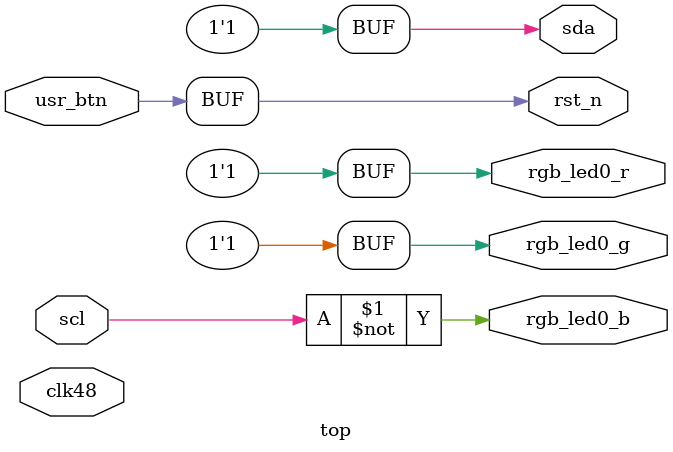
<source format=v>
/* Copyright 2020 Gregory Davill <greg.davill@gmail.com> */
`default_nettype none

/*
 *  Blink a LED on the OrangeCrab using verilog
 *  Is able to reset the OrangeCrab by driving rst_n low on btn0 press.
 */

module top (
    input clk48,
    input scl,
    output sda,

    output rgb_led0_r,
    output rgb_led0_g,
    output rgb_led0_b,

    output rst_n,
    input usr_btn
);

    // Turn the high side of the switch on
    assign sda = 1;

    // Assign to inverse cause led is active low
    assign rgb_led0_b = ~scl;
    // turn other LED's off:
    assign rgb_led0_r = 1;
    assign rgb_led0_g = 1;

    // Reset when the onboard button is pressed
    assign rst_n = usr_btn;


endmodule

</source>
